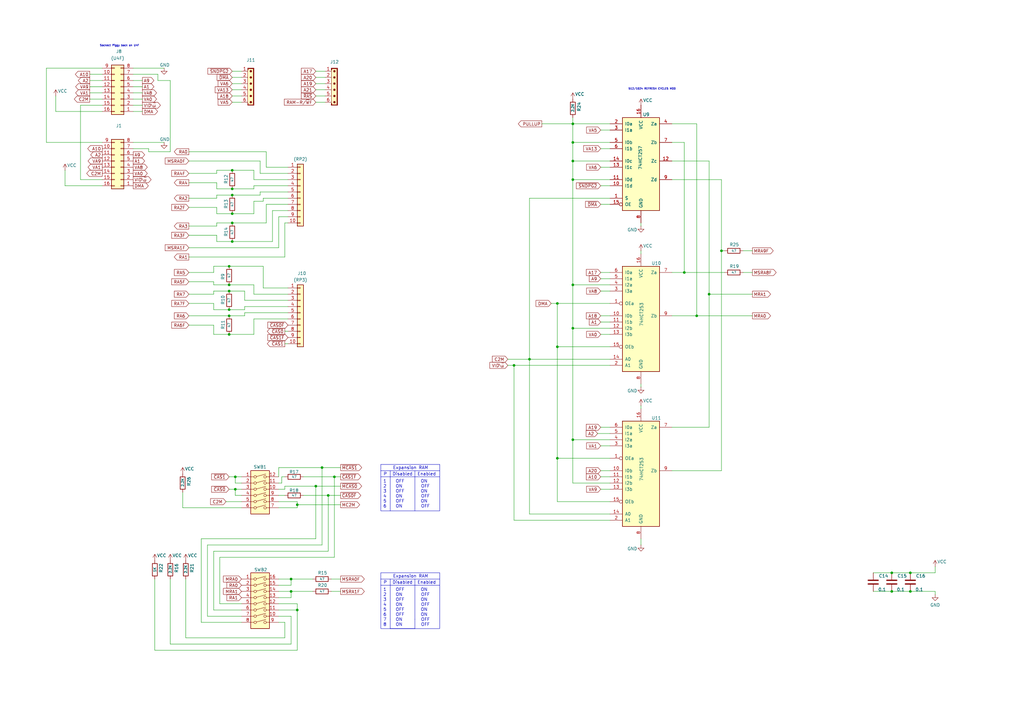
<source format=kicad_sch>
(kicad_sch (version 20250114) (generator "eeschema") (generator_version "9.0")
  (paper "A3")
  (text "Sockect Piggy back on U4F" (at 49.022 18.796 0) (effects (font (size 0.762 0.762))))
  (text "Disabled" (at 165.1 239.014 0) (effects (font (size 1.27 1.27))))
  (text "P" (at 157.988 239.014 0) (effects (font (size 1.27 1.27))))
  (text "Enabled" (at 175.006 194.564 0) (effects (font (size 1.27 1.27))))
  (text "Disabled" (at 165.1 194.564 0) (effects (font (size 1.27 1.27))))
  (text "P" (at 157.988 194.564 0) (effects (font (size 1.27 1.27))))
  (text "Expansion RAM" (at 168.402 236.474 0) (effects (font (size 1.27 1.27))))
  (text "Enabled" (at 175.006 239.014 0) (effects (font (size 1.27 1.27))))
  (text "512/1024 REFRESH CYCLES MOD" (at 267.462 36.576 0) (effects (font (size 0.762 0.762))))
  (text "Expansion RAM" (at 168.402 192.024 0) (effects (font (size 1.27 1.27))))
  (text_box "1    OFF       ON\n2    ON        OFF\n3    OFF       ON\n4    ON        OFF\n5    OFF       ON\n6    OFF       ON\n7    ON        OFF\n8    ON        OFF" (at 156.21 240.03 0) (size 24.13 17.78) (margins 0.9525 0.9525 0.9525 0.9525) (effects (font (size 1.27 1.27)) (justify left top)))
  (text_box "1    OFF       ON\n2    ON        OFF\n3    OFF       ON\n4    ON        OFF\n5    OFF       ON\n6    ON        OFF\n" (at 156.21 195.58 0) (size 24.13 13.97) (margins 0.9525 0.9525 0.9525 0.9525) (effects (font (size 1.27 1.27)) (justify left top)))
  (junction (at 93.98 116.84))
  (junction (at 137.16 195.58))
  (junction (at 121.92 250.19))
  (junction (at 93.98 119.38))
  (junction (at 228.6 124.46))
  (junction (at 234.95 58.42))
  (junction (at 210.82 149.86))
  (junction (at 365.76 242.57))
  (junction (at 93.98 109.22))
  (junction (at 285.75 129.54))
  (junction (at 373.38 242.57))
  (junction (at 290.83 120.65))
  (junction (at 93.98 129.54))
  (junction (at 96.52 195.58))
  (junction (at 234.95 180.34))
  (junction (at 134.62 203.2))
  (junction (at 95.25 91.44))
  (junction (at 93.98 127))
  (junction (at 234.95 73.66))
  (junction (at 228.6 142.24))
  (junction (at 280.67 111.76))
  (junction (at 132.08 191.77))
  (junction (at 96.52 200.66))
  (junction (at 365.76 234.95))
  (junction (at 119.38 237.49))
  (junction (at 95.25 77.47))
  (junction (at 234.95 116.84))
  (junction (at 373.38 234.95))
  (junction (at 234.95 66.04))
  (junction (at 119.38 242.57))
  (junction (at 217.17 147.32))
  (junction (at 95.25 80.01))
  (junction (at 129.54 199.39))
  (junction (at 228.6 187.96))
  (junction (at 295.91 102.87))
  (junction (at 95.25 99.06))
  (junction (at 95.25 69.85))
  (junction (at 121.92 207.01))
  (junction (at 95.25 87.63))
  (junction (at 234.95 134.62))
  (junction (at 234.95 50.8))
  (junction (at 93.98 137.16))
  (wire (pts (xy 246.38 68.58) (xy 250.19 68.58)))
  (wire (pts (xy 119.38 237.49) (xy 128.27 237.49)))
  (wire (pts (xy 77.47 85.09) (xy 88.9 85.09)))
  (wire (pts (xy 74.93 208.28) (xy 99.06 208.28)))
  (wire (pts (xy 36.83 40.64) (xy 41.91 40.64)))
  (wire (pts (xy 85.09 223.52) (xy 85.09 252.73)))
  (wire (pts (xy 114.3 247.65) (xy 121.92 247.65)))
  (wire (pts (xy 262.89 158.75) (xy 262.89 157.48)))
  (wire (pts (xy 96.52 195.58) (xy 99.06 195.58)))
  (wire (pts (xy 58.42 45.72) (xy 54.61 45.72)))
  (wire (pts (xy 217.17 147.32) (xy 250.19 147.32)))
  (wire (pts (xy 77.47 101.6) (xy 114.3 101.6)))
  (wire (pts (xy 280.67 58.42) (xy 280.67 111.76)))
  (wire (pts (xy 250.19 134.62) (xy 234.95 134.62)))
  (wire (pts (xy 88.9 85.09) (xy 88.9 87.63)))
  (wire (pts (xy 69.85 264.16) (xy 69.85 237.49)))
  (wire (pts (xy 87.63 109.22) (xy 93.98 109.22)))
  (wire (pts (xy 226.06 124.46) (xy 228.6 124.46)))
  (wire (pts (xy 250.19 210.82) (xy 217.17 210.82)))
  (wire (pts (xy 63.5 237.49) (xy 63.5 266.7)))
  (wire (pts (xy 88.9 92.71) (xy 88.9 91.44)))
  (wire (pts (xy 383.54 242.57) (xy 383.54 243.84)))
  (wire (pts (xy 60.96 62.23) (xy 69.85 62.23)))
  (wire (pts (xy 111.76 99.06) (xy 111.76 86.36)))
  (wire (pts (xy 114.3 205.74) (xy 121.92 205.74)))
  (wire (pts (xy 210.82 213.36) (xy 210.82 149.86)))
  (wire (pts (xy 95.25 80.01) (xy 106.68 80.01)))
  (wire (pts (xy 88.9 71.12) (xy 88.9 69.85)))
  (wire (pts (xy 119.38 245.11) (xy 119.38 242.57)))
  (wire (pts (xy 88.9 77.47) (xy 95.25 77.47)))
  (wire (pts (xy 87.63 226.06) (xy 87.63 250.19)))
  (wire (pts (xy 234.95 48.26) (xy 234.95 50.8)))
  (wire (pts (xy 104.14 69.85) (xy 95.25 69.85)))
  (wire (pts (xy 234.95 180.34) (xy 234.95 134.62)))
  (wire (pts (xy 246.38 114.3) (xy 250.19 114.3)))
  (polyline (pts (xy 180.34 195.58) (xy 180.34 193.04)))
  (polyline (pts (xy 170.18 254) (xy 170.18 257.81)))
  (wire (pts (xy 116.84 199.39) (xy 116.84 200.66)))
  (wire (pts (xy 77.47 133.35) (xy 87.63 133.35)))
  (wire (pts (xy 217.17 81.28) (xy 250.19 81.28)))
  (wire (pts (xy 116.84 199.39) (xy 129.54 199.39)))
  (wire (pts (xy 58.42 35.56) (xy 54.61 35.56)))
  (wire (pts (xy 246.38 175.26) (xy 250.19 175.26)))
  (wire (pts (xy 250.19 187.96) (xy 228.6 187.96)))
  (wire (pts (xy 74.93 208.28) (xy 74.93 201.93)))
  (wire (pts (xy 82.55 220.98) (xy 129.54 220.98)))
  (wire (pts (xy 295.91 102.87) (xy 297.18 102.87)))
  (wire (pts (xy 121.92 208.28) (xy 121.92 207.01)))
  (wire (pts (xy 87.63 127) (xy 93.98 127)))
  (wire (pts (xy 132.08 191.77) (xy 139.7 191.77)))
  (wire (pts (xy 99.06 29.21) (xy 95.25 29.21)))
  (wire (pts (xy 295.91 193.04) (xy 295.91 102.87)))
  (polyline (pts (xy 170.18 257.81) (xy 160.02 257.81)))
  (wire (pts (xy 116.84 195.58) (xy 115.57 195.58)))
  (polyline (pts (xy 156.21 193.04) (xy 156.21 190.5)))
  (wire (pts (xy 87.63 111.76) (xy 87.63 109.22)))
  (wire (pts (xy 100.33 129.54) (xy 100.33 128.27)))
  (wire (pts (xy 104.14 76.2) (xy 118.11 76.2)))
  (wire (pts (xy 106.68 78.74) (xy 118.11 78.74)))
  (wire (pts (xy 228.6 124.46) (xy 228.6 142.24)))
  (wire (pts (xy 234.95 116.84) (xy 250.19 116.84)))
  (wire (pts (xy 217.17 210.82) (xy 217.17 147.32)))
  (wire (pts (xy 119.38 237.49) (xy 114.3 237.49)))
  (wire (pts (xy 246.38 119.38) (xy 250.19 119.38)))
  (wire (pts (xy 88.9 74.93) (xy 88.9 77.47)))
  (wire (pts (xy 109.22 83.82) (xy 118.11 83.82)))
  (wire (pts (xy 250.19 198.12) (xy 234.95 198.12)))
  (wire (pts (xy 246.38 132.08) (xy 250.19 132.08)))
  (wire (pts (xy 109.22 68.58) (xy 109.22 62.23)))
  (wire (pts (xy 100.33 125.73) (xy 118.11 125.73)))
  (wire (pts (xy 114.3 255.27) (xy 116.84 255.27)))
  (wire (pts (xy 22.86 39.37) (xy 22.86 45.72)))
  (wire (pts (xy 365.76 234.95) (xy 373.38 234.95)))
  (wire (pts (xy 275.59 111.76) (xy 280.67 111.76)))
  (wire (pts (xy 36.83 30.48) (xy 41.91 30.48)))
  (wire (pts (xy 290.83 120.65) (xy 308.61 120.65)))
  (wire (pts (xy 77.47 115.57) (xy 87.63 115.57)))
  (wire (pts (xy 119.38 252.73) (xy 119.38 264.16)))
  (wire (pts (xy 124.46 203.2) (xy 134.62 203.2)))
  (wire (pts (xy 33.02 73.66) (xy 33.02 43.18)))
  (wire (pts (xy 228.6 142.24) (xy 228.6 187.96)))
  (wire (pts (xy 114.3 250.19) (xy 121.92 250.19)))
  (wire (pts (xy 88.9 96.52) (xy 88.9 99.06)))
  (wire (pts (xy 118.11 118.11) (xy 107.95 118.11)))
  (wire (pts (xy 93.98 116.84) (xy 104.14 116.84)))
  (wire (pts (xy 77.47 120.65) (xy 87.63 120.65)))
  (wire (pts (xy 26.67 69.85) (xy 26.67 76.2)))
  (wire (pts (xy 77.47 74.93) (xy 88.9 74.93)))
  (wire (pts (xy 373.38 242.57) (xy 383.54 242.57)))
  (wire (pts (xy 208.28 149.86) (xy 210.82 149.86)))
  (wire (pts (xy 104.14 82.55) (xy 107.95 82.55)))
  (wire (pts (xy 88.9 80.01) (xy 95.25 80.01)))
  (wire (pts (xy 208.28 147.32) (xy 217.17 147.32)))
  (polyline (pts (xy 156.21 237.49) (xy 156.21 234.95)))
  (wire (pts (xy 234.95 58.42) (xy 234.95 66.04)))
  (wire (pts (xy 109.22 91.44) (xy 109.22 83.82)))
  (polyline (pts (xy 180.34 240.03) (xy 180.34 237.49)))
  (wire (pts (xy 93.98 195.58) (xy 96.52 195.58)))
  (wire (pts (xy 95.25 87.63) (xy 104.14 87.63)))
  (wire (pts (xy 234.95 198.12) (xy 234.95 180.34)))
  (wire (pts (xy 285.75 50.8) (xy 285.75 129.54)))
  (wire (pts (xy 58.42 33.02) (xy 54.61 33.02)))
  (wire (pts (xy 99.06 203.2) (xy 96.52 203.2)))
  (wire (pts (xy 92.71 205.74) (xy 99.06 205.74)))
  (wire (pts (xy 82.55 255.27) (xy 82.55 220.98)))
  (wire (pts (xy 33.02 43.18) (xy 41.91 43.18)))
  (wire (pts (xy 121.92 247.65) (xy 121.92 250.19)))
  (wire (pts (xy 114.3 101.6) (xy 114.3 88.9)))
  (wire (pts (xy 133.35 36.83) (xy 129.54 36.83)))
  (wire (pts (xy 22.86 45.72) (xy 41.91 45.72)))
  (wire (pts (xy 275.59 129.54) (xy 285.75 129.54)))
  (wire (pts (xy 88.9 81.28) (xy 88.9 80.01)))
  (wire (pts (xy 19.05 27.94) (xy 41.91 27.94)))
  (polyline (pts (xy 160.02 240.03) (xy 160.02 254)))
  (wire (pts (xy 245.11 177.8) (xy 250.19 177.8)))
  (wire (pts (xy 133.35 41.91) (xy 129.54 41.91)))
  (wire (pts (xy 114.3 203.2) (xy 116.84 203.2)))
  (wire (pts (xy 228.6 142.24) (xy 250.19 142.24)))
  (wire (pts (xy 87.63 116.84) (xy 93.98 116.84)))
  (wire (pts (xy 133.35 39.37) (xy 129.54 39.37)))
  (polyline (pts (xy 156.21 190.5) (xy 180.34 190.5)))
  (wire (pts (xy 36.83 33.02) (xy 41.91 33.02)))
  (wire (pts (xy 118.11 123.19) (xy 100.33 123.19)))
  (wire (pts (xy 358.14 242.57) (xy 365.76 242.57)))
  (polyline (pts (xy 170.18 195.58) (xy 170.18 209.55)))
  (wire (pts (xy 234.95 50.8) (xy 250.19 50.8)))
  (wire (pts (xy 104.14 87.63) (xy 104.14 82.55)))
  (wire (pts (xy 250.19 213.36) (xy 210.82 213.36)))
  (wire (pts (xy 90.17 247.65) (xy 90.17 228.6)))
  (wire (pts (xy 85.09 252.73) (xy 99.06 252.73)))
  (wire (pts (xy 139.7 237.49) (xy 135.89 237.49)))
  (wire (pts (xy 107.95 118.11) (xy 107.95 109.22)))
  (wire (pts (xy 358.14 234.95) (xy 365.76 234.95)))
  (wire (pts (xy 128.27 242.57) (xy 119.38 242.57)))
  (wire (pts (xy 121.92 205.74) (xy 121.92 207.01)))
  (wire (pts (xy 134.62 203.2) (xy 134.62 226.06)))
  (wire (pts (xy 116.84 261.62) (xy 76.2 261.62)))
  (wire (pts (xy 119.38 242.57) (xy 114.3 242.57)))
  (wire (pts (xy 290.83 175.26) (xy 290.83 120.65)))
  (polyline (pts (xy 156.21 193.04) (xy 156.21 195.58)))
  (wire (pts (xy 104.14 116.84) (xy 104.14 120.65)))
  (wire (pts (xy 106.68 80.01) (xy 106.68 78.74)))
  (wire (pts (xy 246.38 129.54) (xy 250.19 129.54)))
  (wire (pts (xy 19.05 27.94) (xy 19.05 58.42)))
  (wire (pts (xy 304.8 111.76) (xy 308.61 111.76)))
  (wire (pts (xy 129.54 220.98) (xy 129.54 199.39)))
  (wire (pts (xy 90.17 228.6) (xy 137.16 228.6)))
  (wire (pts (xy 96.52 203.2) (xy 96.52 200.66)))
  (wire (pts (xy 275.59 175.26) (xy 290.83 175.26)))
  (wire (pts (xy 118.11 73.66) (xy 104.14 73.66)))
  (wire (pts (xy 36.83 35.56) (xy 41.91 35.56)))
  (wire (pts (xy 99.06 255.27) (xy 82.55 255.27)))
  (wire (pts (xy 88.9 87.63) (xy 95.25 87.63)))
  (wire (pts (xy 129.54 199.39) (xy 139.7 199.39)))
  (polyline (pts (xy 160.02 257.81) (xy 160.02 254)))
  (wire (pts (xy 54.61 58.42) (xy 67.31 58.42)))
  (wire (pts (xy 246.38 200.66) (xy 250.19 200.66)))
  (wire (pts (xy 54.61 60.96) (xy 60.96 60.96)))
  (wire (pts (xy 116.84 135.89) (xy 118.11 135.89)))
  (wire (pts (xy 135.89 242.57) (xy 139.7 242.57)))
  (wire (pts (xy 275.59 66.04) (xy 290.83 66.04)))
  (wire (pts (xy 228.6 124.46) (xy 250.19 124.46)))
  (wire (pts (xy 100.33 119.38) (xy 93.98 119.38)))
  (wire (pts (xy 116.84 255.27) (xy 116.84 261.62)))
  (wire (pts (xy 77.47 124.46) (xy 87.63 124.46)))
  (wire (pts (xy 88.9 91.44) (xy 95.25 91.44)))
  (wire (pts (xy 111.76 86.36) (xy 118.11 86.36)))
  (wire (pts (xy 106.68 66.04) (xy 106.68 71.12)))
  (wire (pts (xy 77.47 105.41) (xy 116.84 105.41)))
  (wire (pts (xy 262.89 166.37) (xy 262.89 167.64)))
  (wire (pts (xy 26.67 76.2) (xy 41.91 76.2)))
  (wire (pts (xy 262.89 92.71) (xy 262.89 91.44)))
  (wire (pts (xy 93.98 127) (xy 100.33 127)))
  (wire (pts (xy 234.95 73.66) (xy 250.19 73.66)))
  (wire (pts (xy 36.83 38.1) (xy 41.91 38.1)))
  (wire (pts (xy 137.16 195.58) (xy 139.7 195.58)))
  (wire (pts (xy 246.38 195.58) (xy 250.19 195.58)))
  (wire (pts (xy 114.3 88.9) (xy 118.11 88.9)))
  (wire (pts (xy 76.2 261.62) (xy 76.2 237.49)))
  (wire (pts (xy 95.25 77.47) (xy 104.14 77.47)))
  (wire (pts (xy 69.85 62.23) (xy 69.85 33.02)))
  (wire (pts (xy 77.47 66.04) (xy 106.68 66.04)))
  (polyline (pts (xy 160.02 237.49) (xy 160.02 240.03)))
  (wire (pts (xy 87.63 115.57) (xy 87.63 116.84)))
  (wire (pts (xy 114.3 208.28) (xy 121.92 208.28)))
  (wire (pts (xy 295.91 102.87) (xy 295.91 73.66)))
  (wire (pts (xy 100.33 123.19) (xy 100.33 119.38)))
  (wire (pts (xy 262.89 102.87) (xy 262.89 104.14)))
  (wire (pts (xy 250.19 205.74) (xy 228.6 205.74)))
  (wire (pts (xy 383.54 232.41) (xy 383.54 234.95)))
  (wire (pts (xy 118.11 130.81) (xy 104.14 130.81)))
  (wire (pts (xy 114.3 200.66) (xy 116.84 200.66)))
  (wire (pts (xy 87.63 133.35) (xy 87.63 137.16)))
  (polyline (pts (xy 156.21 234.95) (xy 180.34 234.95)))
  (polyline (pts (xy 170.18 193.04) (xy 170.18 195.58)))
  (polyline (pts (xy 170.18 240.03) (xy 170.18 254)))
  (wire (pts (xy 118.11 68.58) (xy 109.22 68.58)))
  (wire (pts (xy 41.91 73.66) (xy 33.02 73.66)))
  (wire (pts (xy 69.85 33.02) (xy 64.77 33.02)))
  (wire (pts (xy 234.95 116.84) (xy 234.95 134.62)))
  (wire (pts (xy 114.3 240.03) (xy 119.38 240.03)))
  (wire (pts (xy 107.95 82.55) (xy 107.95 81.28)))
  (wire (pts (xy 121.92 207.01) (xy 139.7 207.01)))
  (wire (pts (xy 222.25 50.8) (xy 234.95 50.8)))
  (wire (pts (xy 96.52 200.66) (xy 99.06 200.66)))
  (polyline (pts (xy 156.21 237.49) (xy 156.21 240.03)))
  (polyline (pts (xy 160.02 195.58) (xy 160.02 209.55)))
  (polyline (pts (xy 160.02 193.04) (xy 160.02 195.58)))
  (wire (pts (xy 106.68 71.12) (xy 118.11 71.12)))
  (wire (pts (xy 99.06 34.29) (xy 95.25 34.29)))
  (wire (pts (xy 104.14 130.81) (xy 104.14 137.16)))
  (wire (pts (xy 54.61 27.94) (xy 67.31 27.94)))
  (wire (pts (xy 100.33 128.27) (xy 118.11 128.27)))
  (wire (pts (xy 58.42 43.18) (xy 54.61 43.18)))
  (wire (pts (xy 121.92 250.19) (xy 121.92 266.7)))
  (wire (pts (xy 275.59 73.66) (xy 295.91 73.66)))
  (wire (pts (xy 104.14 120.65) (xy 118.11 120.65)))
  (wire (pts (xy 280.67 111.76) (xy 297.18 111.76)))
  (wire (pts (xy 64.77 33.02) (xy 64.77 30.48)))
  (polyline (pts (xy 180.34 193.04) (xy 156.21 193.04)))
  (wire (pts (xy 19.05 58.42) (xy 41.91 58.42)))
  (wire (pts (xy 104.14 77.47) (xy 104.14 76.2)))
  (wire (pts (xy 87.63 119.38) (xy 93.98 119.38)))
  (wire (pts (xy 63.5 266.7) (xy 121.92 266.7)))
  (wire (pts (xy 132.08 223.52) (xy 85.09 223.52)))
  (wire (pts (xy 104.14 137.16) (xy 93.98 137.16)))
  (wire (pts (xy 124.46 195.58) (xy 137.16 195.58)))
  (wire (pts (xy 234.95 50.8) (xy 234.95 58.42)))
  (wire (pts (xy 115.57 198.12) (xy 114.3 198.12)))
  (wire (pts (xy 246.38 76.2) (xy 250.19 76.2)))
  (wire (pts (xy 95.25 91.44) (xy 109.22 91.44)))
  (wire (pts (xy 304.8 102.87) (xy 308.61 102.87)))
  (wire (pts (xy 115.57 195.58) (xy 115.57 198.12)))
  (wire (pts (xy 99.06 31.75) (xy 95.25 31.75)))
  (wire (pts (xy 93.98 109.22) (xy 107.95 109.22)))
  (wire (pts (xy 116.84 105.41) (xy 116.84 91.44)))
  (wire (pts (xy 234.95 73.66) (xy 234.95 116.84)))
  (wire (pts (xy 77.47 92.71) (xy 88.9 92.71)))
  (wire (pts (xy 77.47 62.23) (xy 109.22 62.23)))
  (wire (pts (xy 262.89 223.52) (xy 262.89 220.98)))
  (wire (pts (xy 58.42 38.1) (xy 54.61 38.1)))
  (wire (pts (xy 77.47 71.12) (xy 88.9 71.12)))
  (wire (pts (xy 246.38 83.82) (xy 250.19 83.82)))
  (wire (pts (xy 60.96 60.96) (xy 60.96 62.23)))
  (wire (pts (xy 275.59 50.8) (xy 285.75 50.8)))
  (wire (pts (xy 88.9 69.85) (xy 95.25 69.85)))
  (wire (pts (xy 100.33 127) (xy 100.33 125.73)))
  (polyline (pts (xy 180.34 237.49) (xy 156.21 237.49)))
  (wire (pts (xy 134.62 203.2) (xy 139.7 203.2)))
  (wire (pts (xy 87.63 124.46) (xy 87.63 127)))
  (wire (pts (xy 96.52 195.58) (xy 96.52 198.12)))
  (wire (pts (xy 93.98 129.54) (xy 100.33 129.54)))
  (wire (pts (xy 87.63 137.16) (xy 93.98 137.16)))
  (polyline (pts (xy 180.34 234.95) (xy 180.34 237.49)))
  (wire (pts (xy 77.47 96.52) (xy 88.9 96.52)))
  (wire (pts (xy 99.06 39.37) (xy 95.25 39.37)))
  (wire (pts (xy 114.3 191.77) (xy 132.08 191.77)))
  (wire (pts (xy 77.47 81.28) (xy 88.9 81.28)))
  (wire (pts (xy 99.06 247.65) (xy 90.17 247.65)))
  (wire (pts (xy 228.6 205.74) (xy 228.6 187.96)))
  (wire (pts (xy 290.83 120.65) (xy 290.83 66.04)))
  (wire (pts (xy 87.63 250.19) (xy 99.06 250.19)))
  (wire (pts (xy 137.16 228.6) (xy 137.16 195.58)))
  (wire (pts (xy 93.98 200.66) (xy 96.52 200.66)))
  (wire (pts (xy 99.06 36.83) (xy 95.25 36.83)))
  (wire (pts (xy 246.38 60.96) (xy 250.19 60.96)))
  (wire (pts (xy 365.76 242.57) (xy 373.38 242.57)))
  (wire (pts (xy 234.95 58.42) (xy 250.19 58.42)))
  (wire (pts (xy 246.38 53.34) (xy 250.19 53.34)))
  (wire (pts (xy 246.38 137.16) (xy 250.19 137.16)))
  (wire (pts (xy 87.63 120.65) (xy 87.63 119.38)))
  (wire (pts (xy 104.14 73.66) (xy 104.14 69.85)))
  (wire (pts (xy 250.19 180.34) (xy 234.95 180.34)))
  (wire (pts (xy 246.38 111.76) (xy 250.19 111.76)))
  (wire (pts (xy 95.25 99.06) (xy 111.76 99.06)))
  (wire (pts (xy 275.59 193.04) (xy 295.91 193.04)))
  (wire (pts (xy 285.75 129.54) (xy 308.61 129.54)))
  (wire (pts (xy 133.35 34.29) (xy 129.54 34.29)))
  (wire (pts (xy 77.47 111.76) (xy 87.63 111.76)))
  (wire (pts (xy 275.59 58.42) (xy 280.67 58.42)))
  (wire (pts (xy 119.38 240.03) (xy 119.38 237.49)))
  (wire (pts (xy 234.95 66.04) (xy 250.19 66.04)))
  (wire (pts (xy 246.38 182.88) (xy 250.19 182.88)))
  (wire (pts (xy 54.61 30.48) (xy 64.77 30.48)))
  (wire (pts (xy 119.38 264.16) (xy 69.85 264.16)))
  (wire (pts (xy 114.3 252.73) (xy 119.38 252.73)))
  (wire (pts (xy 77.47 129.54) (xy 93.98 129.54)))
  (wire (pts (xy 114.3 245.11) (xy 119.38 245.11)))
  (polyline (pts (xy 170.18 237.49) (xy 170.18 240.03)))
  (wire (pts (xy 210.82 149.86) (xy 250.19 149.86)))
  (wire (pts (xy 96.52 198.12) (xy 99.06 198.12)))
  (wire (pts (xy 246.38 193.04) (xy 250.19 193.04)))
  (wire (pts (xy 88.9 99.06) (xy 95.25 99.06)))
  (wire (pts (xy 234.95 66.04) (xy 234.95 73.66)))
  (wire (pts (xy 373.38 234.95) (xy 383.54 234.95)))
  (wire (pts (xy 134.62 226.06) (xy 87.63 226.06)))
  (wire (pts (xy 217.17 81.28) (xy 217.17 147.32)))
  (polyline (pts (xy 180.34 190.5) (xy 180.34 193.04)))
  (wire (pts (xy 132.08 191.77) (xy 132.08 223.52)))
  (wire (pts (xy 114.3 191.77) (xy 114.3 195.58)))
  (wire (pts (xy 107.95 81.28) (xy 118.11 81.28)))
  (wire (pts (xy 116.84 91.44) (xy 118.11 91.44)))
  (wire (pts (xy 58.42 40.64) (xy 54.61 40.64)))
  (wire (pts (xy 133.35 29.21) (xy 129.54 29.21)))
  (wire (pts (xy 116.84 140.97) (xy 118.11 140.97)))
  (wire (pts (xy 133.35 31.75) (xy 129.54 31.75)))
  (wire (pts (xy 99.06 41.91) (xy 95.25 41.91)))
  (global_label "RA3" (shape output) (at 77.47 92.71 180) (property "Intersheetrefs" "${INTERSHEET_REFS}" (effects (hide yes))))
  (global_label "RA1" (shape output) (at 77.47 105.41 180) (property "Intersheetrefs" "${INTERSHEET_REFS}" (effects (hide yes))))
  (global_label "~{MCAS0}" (shape output) (at 139.7 199.39 0) (property "Intersheetrefs" "${INTERSHEET_REFS}" (effects (hide yes))))
  (global_label "VA8" (shape output) (at 58.42 38.1 0) (property "Intersheetrefs" "${INTERSHEET_REFS}" (effects (hide yes))))
  (global_label "VA9" (shape input) (at 246.38 200.66 180) (property "Intersheetrefs" "${INTERSHEET_REFS}" (effects (hide yes))))
  (global_label "DMA" (shape input) (at 226.06 124.46 180) (property "Intersheetrefs" "${INTERSHEET_REFS}" (effects (hide yes))))
  (global_label "A19" (shape input) (at 246.38 175.26 180) (property "Intersheetrefs" "${INTERSHEET_REFS}" (effects (hide yes))))
  (global_label "VA5" (shape input) (at 95.25 41.91 180) (property "Intersheetrefs" "${INTERSHEET_REFS}" (effects (hide yes))))
  (global_label "VA8" (shape input) (at 246.38 119.38 180) (property "Intersheetrefs" "${INTERSHEET_REFS}" (effects (hide yes))))
  (global_label "VA13" (shape input) (at 95.25 36.83 180) (property "Intersheetrefs" "${INTERSHEET_REFS}" (effects (hide yes))))
  (global_label "~{CAS1F}" (shape input) (at 118.11 138.43 180) (property "Intersheetrefs" "${INTERSHEET_REFS}" (effects (hide yes))))
  (global_label "MRA1" (shape output) (at 308.61 120.65 0) (property "Intersheetrefs" "${INTERSHEET_REFS}" (effects (hide yes))))
  (global_label "A20" (shape input) (at 246.38 193.04 180) (property "Intersheetrefs" "${INTERSHEET_REFS}" (effects (hide yes))))
  (global_label "MRA9F" (shape output) (at 308.61 102.87 0) (property "Intersheetrefs" "${INTERSHEET_REFS}" (effects (hide yes))))
  (global_label "~{MCAS1}" (shape output) (at 139.7 191.77 0) (property "Intersheetrefs" "${INTERSHEET_REFS}" (effects (hide yes))))
  (global_label "A17" (shape input) (at 129.54 29.21 180) (property "Intersheetrefs" "${INTERSHEET_REFS}" (effects (hide yes))))
  (global_label "VA9" (shape output) (at 41.91 66.04 180) (property "Intersheetrefs" "${INTERSHEET_REFS}" (effects (hide yes))))
  (global_label "RA0" (shape output) (at 77.47 62.23 180) (property "Intersheetrefs" "${INTERSHEET_REFS}" (effects (hide yes))))
  (global_label "~{SNDPG2}" (shape input) (at 246.38 76.2 180) (property "Intersheetrefs" "${INTERSHEET_REFS}" (effects (hide yes))))
  (global_label "~{DMA}" (shape input) (at 246.38 83.82 180) (property "Intersheetrefs" "${INTERSHEET_REFS}" (effects (hide yes))))
  (global_label "VA6" (shape input) (at 95.25 34.29 180) (property "Intersheetrefs" "${INTERSHEET_REFS}" (effects (hide yes))))
  (global_label "VA0" (shape output) (at 58.42 40.64 0) (property "Intersheetrefs" "${INTERSHEET_REFS}" (effects (hide yes))))
  (global_label "~{RAS}" (shape input) (at 129.54 39.37 180) (property "Intersheetrefs" "${INTERSHEET_REFS}" (effects (hide yes))))
  (global_label "MSRA0F" (shape input) (at 77.47 66.04 180) (property "Intersheetrefs" "${INTERSHEET_REFS}" (effects (hide yes))))
  (global_label "A1" (shape input) (at 246.38 132.08 180) (property "Intersheetrefs" "${INTERSHEET_REFS}" (effects (hide yes))))
  (global_label "RA5F" (shape input) (at 77.47 115.57 180) (property "Intersheetrefs" "${INTERSHEET_REFS}" (effects (hide yes))))
  (global_label "VID\\~{u}" (shape input) (at 208.28 149.86 180) (property "Intersheetrefs" "${INTERSHEET_REFS}" (effects (hide yes))))
  (global_label "VA6" (shape input) (at 246.38 68.58 180) (property "Intersheetrefs" "${INTERSHEET_REFS}" (effects (hide yes))))
  (global_label "MSRA1F" (shape input) (at 77.47 101.6 180) (property "Intersheetrefs" "${INTERSHEET_REFS}" (effects (hide yes))))
  (global_label "~{CAS0}" (shape input) (at 93.98 200.66 180) (property "Intersheetrefs" "${INTERSHEET_REFS}" (effects (hide yes))))
  (global_label "~{CAS0F}" (shape input) (at 118.11 133.35 180) (property "Intersheetrefs" "${INTERSHEET_REFS}" (effects (hide yes))))
  (global_label "VA1" (shape output) (at 41.91 68.58 180) (property "Intersheetrefs" "${INTERSHEET_REFS}" (effects (hide yes))))
  (global_label "A19" (shape input) (at 129.54 34.29 180) (property "Intersheetrefs" "${INTERSHEET_REFS}" (effects (hide yes))))
  (global_label "~{CAS0}" (shape output) (at 116.84 135.89 180) (property "Intersheetrefs" "${INTERSHEET_REFS}" (effects (hide yes))))
  (global_label "A9" (shape input) (at 246.38 114.3 180) (property "Intersheetrefs" "${INTERSHEET_REFS}" (effects (hide yes))))
  (global_label "A2" (shape input) (at 245.11 177.8 180) (property "Intersheetrefs" "${INTERSHEET_REFS}" (effects (hide yes))))
  (global_label "MSRA0F" (shape output) (at 139.7 237.49 0) (property "Intersheetrefs" "${INTERSHEET_REFS}" (effects (hide yes))))
  (global_label "~{DMA}" (shape input) (at 95.25 31.75 180) (property "Intersheetrefs" "${INTERSHEET_REFS}" (effects (hide yes))))
  (global_label "A1" (shape output) (at 58.42 35.56 0) (property "Intersheetrefs" "${INTERSHEET_REFS}" (effects (hide yes))))
  (global_label "C2M" (shape output) (at 41.91 71.12 180) (property "Intersheetrefs" "${INTERSHEET_REFS}" (effects (hide yes))))
  (global_label "MRA0" (shape output) (at 308.61 129.54 0) (property "Intersheetrefs" "${INTERSHEET_REFS}" (effects (hide yes))))
  (global_label "RA5" (shape input) (at 77.47 111.76 180) (property "Intersheetrefs" "${INTERSHEET_REFS}" (effects (hide yes))))
  (global_label "A10" (shape input) (at 246.38 195.58 180) (property "Intersheetrefs" "${INTERSHEET_REFS}" (effects (hide yes))))
  (global_label "RA6F" (shape input) (at 77.47 133.35 180) (property "Intersheetrefs" "${INTERSHEET_REFS}" (effects (hide yes))))
  (global_label "RA0" (shape input) (at 99.06 240.03 180) (property "Intersheetrefs" "${INTERSHEET_REFS}" (effects (hide yes))))
  (global_label "RA3F" (shape input) (at 77.47 96.52 180) (property "Intersheetrefs" "${INTERSHEET_REFS}" (effects (hide yes))))
  (global_label "A9" (shape output) (at 58.42 33.02 0) (property "Intersheetrefs" "${INTERSHEET_REFS}" (effects (hide yes))))
  (global_label "MRA1" (shape input) (at 99.06 242.57 180) (property "Intersheetrefs" "${INTERSHEET_REFS}" (effects (hide yes))))
  (global_label "MSRA8F" (shape output) (at 308.61 111.76 0) (property "Intersheetrefs" "${INTERSHEET_REFS}" (effects (hide yes))))
  (global_label "~{CAS1}" (shape input) (at 93.98 195.58 180) (property "Intersheetrefs" "${INTERSHEET_REFS}" (effects (hide yes))))
  (global_label "VA13" (shape input) (at 246.38 60.96 180) (property "Intersheetrefs" "${INTERSHEET_REFS}" (effects (hide yes))))
  (global_label "RA4" (shape output) (at 77.47 74.93 180) (property "Intersheetrefs" "${INTERSHEET_REFS}" (effects (hide yes))))
  (global_label "RA1" (shape input) (at 99.06 245.11 180) (property "Intersheetrefs" "${INTERSHEET_REFS}" (effects (hide yes))))
  (global_label "A18" (shape input) (at 246.38 129.54 180) (property "Intersheetrefs" "${INTERSHEET_REFS}" (effects (hide yes))))
  (global_label "PULLUP" (shape output) (at 222.25 50.8 180) (property "Intersheetrefs" "${INTERSHEET_REFS}" (effects (hide yes))))
  (global_label "A20" (shape input) (at 129.54 31.75 180) (property "Intersheetrefs" "${INTERSHEET_REFS}" (effects (hide yes))))
  (global_label "~{CAS1F}" (shape output) (at 139.7 195.58 0) (property "Intersheetrefs" "${INTERSHEET_REFS}" (effects (hide yes))))
  (global_label "~{CAS1}" (shape output) (at 116.84 140.97 180) (property "Intersheetrefs" "${INTERSHEET_REFS}" (effects (hide yes))))
  (global_label "RA7" (shape input) (at 77.47 120.65 180) (property "Intersheetrefs" "${INTERSHEET_REFS}" (effects (hide yes))))
  (global_label "A2" (shape output) (at 41.91 63.5 180) (property "Intersheetrefs" "${INTERSHEET_REFS}" (effects (hide yes))))
  (global_label "~{SNDPG2}" (shape input) (at 95.25 29.21 180) (property "Intersheetrefs" "${INTERSHEET_REFS}" (effects (hide yes))))
  (global_label "VA5" (shape input) (at 246.38 53.34 180) (property "Intersheetrefs" "${INTERSHEET_REFS}" (effects (hide yes))))
  (global_label "A10" (shape output) (at 41.91 60.96 180) (property "Intersheetrefs" "${INTERSHEET_REFS}" (effects (hide yes))))
  (global_label "VA0" (shape input) (at 246.38 137.16 180) (property "Intersheetrefs" "${INTERSHEET_REFS}" (effects (hide yes))))
  (global_label "VA8" (shape output) (at 54.61 68.58 0) (property "Intersheetrefs" "${INTERSHEET_REFS}" (effects (hide yes))))
  (global_label "~{CAS0F}" (shape output) (at 139.7 203.2 0) (property "Intersheetrefs" "${INTERSHEET_REFS}" (effects (hide yes))))
  (global_label "VA9" (shape output) (at 36.83 35.56 180) (property "Intersheetrefs" "${INTERSHEET_REFS}" (effects (hide yes))))
  (global_label "VA1" (shape output) (at 36.83 38.1 180) (property "Intersheetrefs" "${INTERSHEET_REFS}" (effects (hide yes))))
  (global_label "MRA0" (shape input) (at 99.06 237.49 180) (property "Intersheetrefs" "${INTERSHEET_REFS}" (effects (hide yes))))
  (global_label "A10" (shape output) (at 36.83 30.48 180) (property "Intersheetrefs" "${INTERSHEET_REFS}" (effects (hide yes))))
  (global_label "C2M" (shape input) (at 92.71 205.74 180) (property "Intersheetrefs" "${INTERSHEET_REFS}" (effects (hide yes))))
  (global_label "RA7F" (shape input) (at 77.47 124.46 180) (property "Intersheetrefs" "${INTERSHEET_REFS}" (effects (hide yes))))
  (global_label "VID\\~{u}" (shape output) (at 54.61 73.66 0) (property "Intersheetrefs" "${INTERSHEET_REFS}" (effects (hide yes))))
  (global_label "VA0" (shape output) (at 54.61 71.12 0) (property "Intersheetrefs" "${INTERSHEET_REFS}" (effects (hide yes))))
  (global_label "A2" (shape output) (at 36.83 33.02 180) (property "Intersheetrefs" "${INTERSHEET_REFS}" (effects (hide yes))))
  (global_label "RA2" (shape output) (at 77.47 81.28 180) (property "Intersheetrefs" "${INTERSHEET_REFS}" (effects (hide yes))))
  (global_label "VID\\~{u}" (shape output) (at 58.42 43.18 0) (property "Intersheetrefs" "${INTERSHEET_REFS}" (effects (hide yes))))
  (global_label "C2M" (shape output) (at 36.83 40.64 180) (property "Intersheetrefs" "${INTERSHEET_REFS}" (effects (hide yes))))
  (global_label "A1" (shape output) (at 54.61 66.04 0) (property "Intersheetrefs" "${INTERSHEET_REFS}" (effects (hide yes))))
  (global_label "DMA" (shape output) (at 58.42 45.72 0) (property "Intersheetrefs" "${INTERSHEET_REFS}" (effects (hide yes))))
  (global_label "A17" (shape input) (at 246.38 111.76 180) (property "Intersheetrefs" "${INTERSHEET_REFS}" (effects (hide yes))))
  (global_label "C2M" (shape input) (at 208.28 147.32 180) (property "Intersheetrefs" "${INTERSHEET_REFS}" (effects (hide yes))))
  (global_label "MC2M" (shape output) (at 139.7 207.01 0) (property "Intersheetrefs" "${INTERSHEET_REFS}" (effects (hide yes))))
  (global_label "A21" (shape input) (at 129.54 36.83 180) (property "Intersheetrefs" "${INTERSHEET_REFS}" (effects (hide yes))))
  (global_label "MSRA1F" (shape output) (at 139.7 242.57 0) (property "Intersheetrefs" "${INTERSHEET_REFS}" (effects (hide yes))))
  (global_label "DMA" (shape output) (at 54.61 76.2 0) (property "Intersheetrefs" "${INTERSHEET_REFS}" (effects (hide yes))))
  (global_label "VA1" (shape input) (at 246.38 182.88 180) (property "Intersheetrefs" "${INTERSHEET_REFS}" (effects (hide yes))))
  (global_label "RA4F" (shape input) (at 77.47 71.12 180) (property "Intersheetrefs" "${INTERSHEET_REFS}" (effects (hide yes))))
  (global_label "A18" (shape input) (at 95.25 39.37 180) (property "Intersheetrefs" "${INTERSHEET_REFS}" (effects (hide yes))))
  (global_label "RA6" (shape input) (at 77.47 129.54 180) (property "Intersheetrefs" "${INTERSHEET_REFS}" (effects (hide yes))))
  (global_label "RA2F" (shape input) (at 77.47 85.09 180) (property "Intersheetrefs" "${INTERSHEET_REFS}" (effects (hide yes))))
  (global_label "A9" (shape output) (at 54.61 63.5 0) (property "Intersheetrefs" "${INTERSHEET_REFS}" (effects (hide yes))))
  (global_label "RAM-R{slash}~{W}F" (shape input) (at 129.54 41.91 180) (property "Intersheetrefs" "${INTERSHEET_REFS}" (effects (hide yes))))
  (symbol (lib_id "Device:C") (at 365.76 238.76 0) (unit 1)
    (property "Reference" "C15" (at 368.046 236.22 0) (effects (justify left)))
    (property "Value" "0.1" (at 367.792 241.808 0) (effects (justify left)))
    (property "Footprint" "Capacitor_SMD:C_0805_2012Metric_Pad1.18x1.45mm_HandSolder" (effects (hide yes)))
    (property "Description" "Unpolarized capacitor" (effects (hide yes)))
  )
  (symbol (lib_id "PCM_SL_Connectors:JST_06") (at 102.87 35.56 0) (unit 1)
    (property "Reference" "J11" (at 101.092 24.6379 0) (effects (justify left)))
    (property "Value" "JST_06" (effects (hide yes)))
    (property "Footprint" "Connector_JST:JST_PH_S6B-PH-K_1x06_P2.00mm_Horizontal" (effects (hide yes)))
    (property "Description" "JST Connector  6 pins" (effects (hide yes)))
  )
  (symbol (lib_id "power:VCC") (at 74.93 194.31 0) (unit 1)
    (property "Reference" "#PWR061" (effects (hide yes)))
    (property "Value" "VCC" (at 77.724 192.278 0))
    (property "Description" "Power symbol creates a global label with name \"VCC\"" (effects (hide yes)))
  )
  (symbol (lib_id "Switch:SW_DIP_x08") (at 106.68 247.65 0) (unit 1)
    (property "Reference" "SWB2" (at 106.934 233.68 0))
    (property "Value" "SW_DIP_x08" (effects (hide yes)))
    (property "Footprint" "Button_Switch_SMD:SW_DIP_SPSTx08_Slide_Omron_A6H-8101_W6.15mm_P1.27mm" (effects (hide yes)))
    (property "Description" "8x DIP Switch, Single Pole Single Throw (SPST) switch, small symbol" (effects (hide yes)))
  )
  (symbol (lib_id "Device:R") (at 93.98 123.19 0) (unit 1)
    (property "Reference" "R10" (at 91.44 124.968 90) (effects (justify left)))
    (property "Value" "47" (at 93.98 124.206 90) (effects (font (size 1 1)) (justify left)))
    (property "Footprint" "Resistor_SMD:R_0805_2012Metric_Pad1.20x1.40mm_HandSolder" (effects (hide yes)))
    (property "Description" "Resistor" (effects (hide yes)))
  )
  (symbol (lib_name "DIN41612_02x08_AB_EvenPins_2") (lib_id "Connector:DIN41612_02x08_AB_EvenPins") (at 49.53 68.58 180) (unit 1) (exclude_from_sim yes) (in_bom no)
    (property "Reference" "J1" (at 48.768 51.562 0))
    (property "Value" "(U4F)" (effects (hide yes)))
    (property "Footprint" "Package_DIP:DIP-16_W7.62mm_Socket" (effects (hide yes)))
    (property "Description" "DIN41612 connector, double row (AB) even pins only, 02x08, script generated (kicad-library-utils/schlib/autogen/connector/)" (effects (hide yes)))
  )
  (symbol (lib_id "Device:R") (at 76.2 233.68 0) (mirror y) (unit 1)
    (property "Reference" "R21" (at 78.74 234.95 90) (effects (justify left)))
    (property "Value" "2.2K" (at 76.2 235.204 90) (effects (font (size 1 1)) (justify left)))
    (property "Footprint" "Resistor_SMD:R_0805_2012Metric_Pad1.20x1.40mm_HandSolder" (effects (hide yes)))
    (property "Description" "Resistor" (effects (hide yes)))
  )
  (symbol (lib_id "74xx:74HCT257") (at 262.89 66.04 0) (unit 1)
    (property "Reference" "U9" (at 263.652 46.99 0) (effects (justify left)))
    (property "Value" "74HCT257" (at 262.636 69.596 90) (effects (justify left)))
    (property "Footprint" "Package_SO:SO-16_3.9x9.9mm_P1.27mm" (effects (hide yes)))
    (property "Datasheet" "http://www.ti.com/lit/gpn/sn74LS257" (effects (hide yes)))
    (property "Description" "Quad 2 to 1 Multiplexer" (effects (hide yes)))
  )
  (symbol (lib_id "Device:R") (at 95.25 83.82 0) (unit 1)
    (property "Reference" "R13" (at 92.71 85.598 90) (effects (justify left)))
    (property "Value" "47" (at 95.25 84.836 90) (effects (font (size 1 1)) (justify left)))
    (property "Footprint" "Resistor_SMD:R_0805_2012Metric_Pad1.20x1.40mm_HandSolder" (effects (hide yes)))
    (property "Description" "Resistor" (effects (hide yes)))
  )
  (symbol (lib_id "Device:R") (at 132.08 242.57 270) (unit 1)
    (property "Reference" "R20" (at 130.302 240.03 90) (effects (justify left)))
    (property "Value" "47" (at 131.064 242.57 90) (effects (font (size 1 1)) (justify left)))
    (property "Footprint" "Resistor_SMD:R_0805_2012Metric_Pad1.20x1.40mm_HandSolder" (effects (hide yes)))
    (property "Description" "Resistor" (effects (hide yes)))
  )
  (symbol (lib_id "power:VCC") (at 69.85 229.87 0) (unit 1)
    (property "Reference" "#PWR04" (effects (hide yes)))
    (property "Value" "VCC" (at 72.644 227.838 0))
    (property "Description" "Power symbol creates a global label with name \"VCC\"" (effects (hide yes)))
  )
  (symbol (lib_id "Device:R") (at 63.5 233.68 0) (mirror y) (unit 1)
    (property "Reference" "R22" (at 66.04 234.95 90) (effects (justify left)))
    (property "Value" "1K" (at 63.5 234.696 90) (effects (font (size 1 1)) (justify left)))
    (property "Footprint" "Resistor_SMD:R_0805_2012Metric_Pad1.20x1.40mm_HandSolder" (effects (hide yes)))
    (property "Description" "Resistor" (effects (hide yes)))
  )
  (symbol (lib_id "power:VCC") (at 63.5 229.87 0) (unit 1)
    (property "Reference" "#PWR050" (effects (hide yes)))
    (property "Value" "VCC" (at 66.294 227.838 0))
    (property "Description" "Power symbol creates a global label with name \"VCC\"" (effects (hide yes)))
  )
  (symbol (lib_id "Device:R") (at 132.08 237.49 270) (unit 1)
    (property "Reference" "R15" (at 130.302 234.95 90) (effects (justify left)))
    (property "Value" "47" (at 131.064 237.49 90) (effects (font (size 1 1)) (justify left)))
    (property "Footprint" "Resistor_SMD:R_0805_2012Metric_Pad1.20x1.40mm_HandSolder" (effects (hide yes)))
    (property "Description" "Resistor" (effects (hide yes)))
  )
  (symbol (lib_id "Device:R") (at 120.65 203.2 270) (unit 1)
    (property "Reference" "R18" (at 118.618 201.168 90) (effects (justify left)))
    (property "Value" "47" (at 119.634 203.2 90) (effects (font (size 1 1)) (justify left)))
    (property "Footprint" "Resistor_SMD:R_0805_2012Metric_Pad1.20x1.40mm_HandSolder" (effects (hide yes)))
    (property "Description" "Resistor" (effects (hide yes)))
  )
  (symbol (lib_id "power:GND") (at 67.31 58.42 0) (mirror y) (unit 1)
    (property "Reference" "#PWR064" (effects (hide yes)))
    (property "Value" "GND" (at 67.564 57.15 0))
    (property "Description" "Power symbol creates a global label with name \"GND\" , ground" (effects (hide yes)))
  )
  (symbol (lib_id "Device:R") (at 300.99 102.87 270) (unit 1)
    (property "Reference" "R25" (at 299.212 100.33 90) (effects (justify left)))
    (property "Value" "47" (at 299.974 102.87 90) (effects (font (size 1 1)) (justify left)))
    (property "Footprint" "Resistor_SMD:R_0805_2012Metric_Pad1.20x1.40mm_HandSolder" (effects (hide yes)))
    (property "Description" "Resistor" (effects (hide yes)))
  )
  (symbol (lib_id "power:VCC") (at 26.67 69.85 0) (unit 1)
    (property "Reference" "#PWR063" (effects (hide yes)))
    (property "Value" "VCC" (at 29.464 67.818 0))
    (property "Description" "Power symbol creates a global label with name \"VCC\"" (effects (hide yes)))
  )
  (symbol (lib_id "Device:R") (at 93.98 113.03 0) (unit 1)
    (property "Reference" "R9" (at 91.44 114.808 90) (effects (justify left)))
    (property "Value" "47" (at 93.98 114.046 90) (effects (font (size 1 1)) (justify left)))
    (property "Footprint" "Resistor_SMD:R_0805_2012Metric_Pad1.20x1.40mm_HandSolder" (effects (hide yes)))
    (property "Description" "Resistor" (effects (hide yes)))
  )
  (symbol (lib_id "power:VCC") (at 262.89 102.87 0) (unit 1)
    (property "Reference" "#PWR055" (effects (hide yes)))
    (property "Value" "VCC" (at 265.684 100.838 0))
    (property "Description" "Power symbol creates a global label with name \"VCC\"" (effects (hide yes)))
  )
  (symbol (lib_id "power:GND") (at 262.89 158.75 0) (unit 1)
    (property "Reference" "#PWR056" (effects (hide yes)))
    (property "Value" "GND" (at 259.334 160.274 0))
    (property "Description" "Power symbol creates a global label with name \"GND\" , ground" (effects (hide yes)))
  )
  (symbol (lib_id "Device:R") (at 234.95 44.45 0) (mirror y) (unit 1)
    (property "Reference" "R24" (at 237.49 45.72 90) (effects (justify left)))
    (property "Value" "2.2K" (at 234.95 45.974 90) (effects (font (size 1 1)) (justify left)))
    (property "Footprint" "Resistor_SMD:R_0805_2012Metric_Pad1.20x1.40mm_HandSolder" (effects (hide yes)))
    (property "Description" "Resistor" (effects (hide yes)))
  )
  (symbol (lib_id "power:VCC") (at 234.95 40.64 0) (unit 1)
    (property "Reference" "#PWR052" (effects (hide yes)))
    (property "Value" "VCC" (at 237.744 38.608 0))
    (property "Description" "Power symbol creates a global label with name \"VCC\"" (effects (hide yes)))
  )
  (symbol (lib_id "power:VCC") (at 262.89 166.37 0) (unit 1)
    (property "Reference" "#PWR057" (effects (hide yes)))
    (property "Value" "VCC" (at 265.684 164.338 0))
    (property "Description" "Power symbol creates a global label with name \"VCC\"" (effects (hide yes)))
  )
  (symbol (lib_id "power:VCC") (at 76.2 229.87 0) (unit 1)
    (property "Reference" "#PWR07" (effects (hide yes)))
    (property "Value" "VCC" (at 78.994 227.838 0))
    (property "Description" "Power symbol creates a global label with name \"VCC\"" (effects (hide yes)))
  )
  (symbol (lib_id "power:GND") (at 67.31 27.94 0) (mirror y) (unit 1)
    (property "Reference" "#PWR02" (effects (hide yes)))
    (property "Value" "GND" (at 67.564 26.67 0))
    (property "Description" "Power symbol creates a global label with name \"GND\" , ground" (effects (hide yes)))
  )
  (symbol (lib_id "Device:C") (at 373.38 238.76 0) (unit 1)
    (property "Reference" "C16" (at 375.666 236.22 0) (effects (justify left)))
    (property "Value" "0.1" (at 375.412 241.808 0) (effects (justify left)))
    (property "Footprint" "Capacitor_SMD:C_0805_2012Metric_Pad1.18x1.45mm_HandSolder" (effects (hide yes)))
    (property "Description" "Unpolarized capacitor" (effects (hide yes)))
  )
  (symbol (lib_id "Switch:SW_DIP_x06") (at 106.68 203.2 0) (unit 1)
    (property "Reference" "SWB1" (at 106.68 191.516 0))
    (property "Value" "SW_DIP_x06" (effects (hide yes)))
    (property "Footprint" "Button_Switch_SMD:SW_DIP_SPSTx06_Slide_Omron_A6H-6101_W6.15mm_P1.27mm" (effects (hide yes)))
    (property "Description" "6x DIP Switch, Single Pole Single Throw (SPST) switch, small symbol" (effects (hide yes)))
  )
  (symbol (lib_id "74xx:74LS253") (at 262.89 193.04 0) (unit 1)
    (property "Reference" "U11" (at 267.208 171.45 0) (effects (justify left)))
    (property "Value" "74HCT253" (at 263.144 197.358 90) (effects (justify left)))
    (property "Footprint" "Package_SO:SO-16_3.9x9.9mm_P1.27mm" (effects (hide yes)))
    (property "Datasheet" "http://www.ti.com/lit/gpn/sn74LS253" (effects (hide yes)))
    (property "Description" "Dual Multiplexer 4 to 1, 3-State Outputs" (effects (hide yes)))
  )
  (symbol (lib_id "Device:R") (at 95.25 73.66 0) (unit 1)
    (property "Reference" "R12" (at 92.71 75.438 90) (effects (justify left)))
    (property "Value" "47" (at 95.25 74.676 90) (effects (font (size 1 1)) (justify left)))
    (property "Footprint" "Resistor_SMD:R_0805_2012Metric_Pad1.20x1.40mm_HandSolder" (effects (hide yes)))
    (property "Description" "Resistor" (effects (hide yes)))
  )
  (symbol (lib_id "Device:R") (at 93.98 133.35 0) (unit 1)
    (property "Reference" "R11" (at 91.44 135.128 90) (effects (justify left)))
    (property "Value" "47" (at 93.98 134.366 90) (effects (font (size 1 1)) (justify left)))
    (property "Footprint" "Resistor_SMD:R_0805_2012Metric_Pad1.20x1.40mm_HandSolder" (effects (hide yes)))
    (property "Description" "Resistor" (effects (hide yes)))
  )
  (symbol (lib_id "Device:R") (at 74.93 198.12 0) (mirror y) (unit 1)
    (property "Reference" "R26" (at 77.47 199.39 90) (effects (justify left)))
    (property "Value" "2.2K" (at 74.93 199.644 90) (effects (font (size 1 1)) (justify left)))
    (property "Footprint" "Resistor_SMD:R_0805_2012Metric_Pad1.20x1.40mm_HandSolder" (effects (hide yes)))
    (property "Description" "Resistor" (effects (hide yes)))
  )
  (symbol (lib_id "74xx:74LS253") (at 262.89 129.54 0) (unit 1)
    (property "Reference" "U10" (at 267.208 107.95 0) (effects (justify left)))
    (property "Value" "74HCT253" (at 263.144 133.858 90) (effects (justify left)))
    (property "Footprint" "Package_SO:SO-16_3.9x9.9mm_P1.27mm" (effects (hide yes)))
    (property "Datasheet" "http://www.ti.com/lit/gpn/sn74LS253" (effects (hide yes)))
    (property "Description" "Dual Multiplexer 4 to 1, 3-State Outputs" (effects (hide yes)))
  )
  (symbol (lib_id "power:VCC") (at 22.86 39.37 0) (unit 1)
    (property "Reference" "#PWR01" (effects (hide yes)))
    (property "Value" "VCC" (at 25.654 37.338 0))
    (property "Description" "Power symbol creates a global label with name \"VCC\"" (effects (hide yes)))
  )
  (symbol (lib_id "power:GND") (at 262.89 92.71 0) (unit 1)
    (property "Reference" "#PWR054" (effects (hide yes)))
    (property "Value" "GND" (at 259.334 94.234 0))
    (property "Description" "Power symbol creates a global label with name \"GND\" , ground" (effects (hide yes)))
  )
  (symbol (lib_id "Device:C") (at 358.14 238.76 0) (unit 1)
    (property "Reference" "C14" (at 360.426 236.22 0) (effects (justify left)))
    (property "Value" "0.1" (at 360.172 241.808 0) (effects (justify left)))
    (property "Footprint" "Capacitor_SMD:C_0805_2012Metric_Pad1.18x1.45mm_HandSolder" (effects (hide yes)))
    (property "Description" "Unpolarized capacitor" (effects (hide yes)))
  )
  (symbol (lib_id "Connector_Generic:Conn_01x10") (at 123.19 78.74 0) (unit 1) (in_bom no)
    (property "Reference" "J9" (effects (hide yes)))
    (property "Value" "(RP2)" (at 120.396 65.278 0) (effects (justify left)))
    (property "Footprint" "Connector_PinHeader_2.54mm:PinHeader_1x10_P2.54mm_Vertical" (effects (hide yes)))
    (property "Description" "Generic connector, single row, 01x10, script generated (kicad-library-utils/schlib/autogen/connector/)" (effects (hide yes)))
  )
  (symbol (lib_id "Device:R") (at 120.65 195.58 270) (unit 1)
    (property "Reference" "R17" (at 118.618 193.548 90) (effects (justify left)))
    (property "Value" "47" (at 119.634 195.58 90) (effects (font (size 1 1)) (justify left)))
    (property "Footprint" "Resistor_SMD:R_0805_2012Metric_Pad1.20x1.40mm_HandSolder" (effects (hide yes)))
    (property "Description" "Resistor" (effects (hide yes)))
  )
  (symbol (lib_id "power:VCC") (at 383.54 232.41 0) (unit 1)
    (property "Reference" "#PWR059" (effects (hide yes)))
    (property "Value" "VCC" (at 386.334 230.378 0))
    (property "Description" "Power symbol creates a global label with name \"VCC\"" (effects (hide yes)))
  )
  (symbol (lib_id "power:GND") (at 383.54 243.84 0) (unit 1)
    (property "Reference" "#PWR060" (effects (hide yes)))
    (property "Value" "GND" (at 383.54 248.158 0))
    (property "Description" "Power symbol creates a global label with name \"GND\" , ground" (effects (hide yes)))
  )
  (symbol (lib_id "power:VCC") (at 262.89 43.18 0) (unit 1)
    (property "Reference" "#PWR053" (effects (hide yes)))
    (property "Value" "VCC" (at 265.684 41.148 0))
    (property "Description" "Power symbol creates a global label with name \"VCC\"" (effects (hide yes)))
  )
  (symbol (lib_id "PCM_SL_Connectors:JST_06") (at 137.16 35.56 0) (unit 1)
    (property "Reference" "J12" (at 135.382 25.3999 0) (effects (justify left)))
    (property "Value" "JST_06" (effects (hide yes)))
    (property "Footprint" "Connector_JST:JST_PH_S6B-PH-K_1x06_P2.00mm_Horizontal" (effects (hide yes)))
    (property "Description" "JST Connector  6 pins" (effects (hide yes)))
  )
  (symbol (lib_id "Device:R") (at 95.25 95.25 0) (unit 1)
    (property "Reference" "R14" (at 92.71 97.028 90) (effects (justify left)))
    (property "Value" "47" (at 95.25 96.266 90) (effects (font (size 1 1)) (justify left)))
    (property "Footprint" "Resistor_SMD:R_0805_2012Metric_Pad1.20x1.40mm_HandSolder" (effects (hide yes)))
    (property "Description" "Resistor" (effects (hide yes)))
  )
  (symbol (lib_id "Device:R") (at 300.99 111.76 270) (unit 1)
    (property "Reference" "R19" (at 299.212 109.22 90) (effects (justify left)))
    (property "Value" "47" (at 299.974 111.76 90) (effects (font (size 1 1)) (justify left)))
    (property "Footprint" "Resistor_SMD:R_0805_2012Metric_Pad1.20x1.40mm_HandSolder" (effects (hide yes)))
    (property "Description" "Resistor" (effects (hide yes)))
  )
  (symbol (lib_id "Connector_Generic:Conn_01x10") (at 123.19 128.27 0) (unit 1) (in_bom no)
    (property "Reference" "J10" (at 122.0076 112.1201 0) (effects (justify left)))
    (property "Value" "(RP3)" (at 120.396 114.808 0) (effects (justify left)))
    (property "Footprint" "Connector_PinHeader_2.54mm:PinHeader_1x10_P2.54mm_Vertical" (effects (hide yes)))
    (property "Description" "Generic connector, single row, 01x10, script generated (kicad-library-utils/schlib/autogen/connector/)" (effects (hide yes)))
  )
  (symbol (lib_id "Device:R") (at 69.85 233.68 0) (mirror y) (unit 1)
    (property "Reference" "R16" (at 72.39 234.95 90) (effects (justify left)))
    (property "Value" "2.2K" (at 69.85 235.204 90) (effects (font (size 1 1)) (justify left)))
    (property "Footprint" "Resistor_SMD:R_0805_2012Metric_Pad1.20x1.40mm_HandSolder" (effects (hide yes)))
    (property "Description" "Resistor" (effects (hide yes)))
  )
  (symbol (lib_id "power:GND") (at 262.89 223.52 0) (unit 1)
    (property "Reference" "#PWR058" (effects (hide yes)))
    (property "Value" "GND" (at 259.334 225.044 0))
    (property "Description" "Power symbol creates a global label with name \"GND\" , ground" (effects (hide yes)))
  )
  (symbol (lib_name "DIN41612_02x08_AB_EvenPins_2") (lib_id "Connector:DIN41612_02x08_AB_EvenPins") (at 49.53 38.1 180) (unit 1) (exclude_from_sim yes) (in_bom no)
    (property "Reference" "J8" (at 48.768 21.082 0))
    (property "Value" "(U4F)" (at 48.26 23.876 0))
    (property "Footprint" "Package_DIP:DIP-16_INVERTED_FLIP" (effects (hide yes)))
    (property "Description" "DIN41612 connector, double row (AB) even pins only, 02x08, script generated (kicad-library-utils/schlib/autogen/connector/)" (effects (hide yes)))
  )
)
</source>
